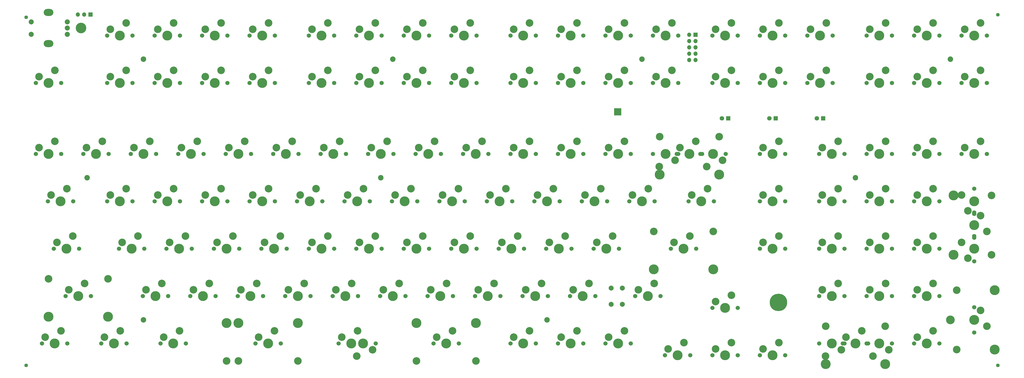
<source format=gbr>
G04 #@! TF.GenerationSoftware,KiCad,Pcbnew,7.0.1*
G04 #@! TF.CreationDate,2023-03-28T00:09:38-04:00*
G04 #@! TF.ProjectId,Boston-keyboard-V08DHA,426f7374-6f6e-42d6-9b65-79626f617264,rev?*
G04 #@! TF.SameCoordinates,Original*
G04 #@! TF.FileFunction,Soldermask,Top*
G04 #@! TF.FilePolarity,Negative*
%FSLAX46Y46*%
G04 Gerber Fmt 4.6, Leading zero omitted, Abs format (unit mm)*
G04 Created by KiCad (PCBNEW 7.0.1) date 2023-03-28 00:09:38*
%MOMM*%
%LPD*%
G01*
G04 APERTURE LIST*
%ADD10C,0.800000*%
%ADD11C,7.000000*%
%ADD12C,2.200000*%
%ADD13R,1.800000X1.800000*%
%ADD14C,1.800000*%
%ADD15C,1.448000*%
%ADD16C,2.000000*%
%ADD17R,1.700000X1.700000*%
%ADD18O,1.700000X1.700000*%
%ADD19C,3.500000*%
%ADD20C,1.701800*%
%ADD21C,3.048000*%
%ADD22C,3.987800*%
%ADD23O,2.768600X1.651000*%
%ADD24C,1.016000*%
%ADD25C,2.032000*%
%ADD26O,3.900000X2.799999*%
%ADD27C,4.250000*%
G04 APERTURE END LIST*
D10*
X361518500Y-146649500D03*
X360749655Y-148505655D03*
X356268500Y-146649500D03*
X358893500Y-144024500D03*
X358893500Y-149274500D03*
X360749655Y-144793345D03*
D11*
X358893500Y-146649500D03*
D10*
X357037345Y-144793345D03*
X357037345Y-148505655D03*
D12*
X304125200Y-48899992D03*
X389850272Y-96525032D03*
X427950304Y-48899992D03*
D13*
X338732500Y-72712500D03*
D14*
X336192500Y-72712500D03*
D15*
X447000000Y-31000000D03*
D13*
X357782500Y-72712500D03*
D14*
X355242500Y-72712500D03*
D16*
X291750000Y-147400000D03*
X291750000Y-140900000D03*
X296250000Y-140900000D03*
X296250000Y-147400000D03*
D17*
X82825000Y-30950000D03*
D18*
X80285000Y-30950000D03*
X77745000Y-30950000D03*
D15*
X57000000Y-172000000D03*
D12*
X266025168Y-153675080D03*
D15*
X57000000Y-32000000D03*
D12*
X199350112Y-96525032D03*
X104100032Y-153675080D03*
X204112500Y-48900000D03*
D19*
X427950304Y-153675080D03*
D12*
X81478138Y-96525032D03*
D17*
X325655625Y-39087500D03*
D18*
X323115625Y-39087500D03*
X325655625Y-41627500D03*
X323115625Y-41627500D03*
X325655625Y-44167500D03*
X323115625Y-44167500D03*
X325655625Y-46707500D03*
X323115625Y-46707500D03*
X325655625Y-49247500D03*
X323115625Y-49247500D03*
D13*
X376832500Y-72712500D03*
D14*
X374292500Y-72712500D03*
D15*
X447000000Y-172000000D03*
D20*
X280630000Y-87000000D03*
D21*
X271740000Y-84460000D03*
X278090000Y-81920000D03*
D22*
X275550000Y-87000000D03*
D20*
X270470000Y-87000000D03*
X394930000Y-163200000D03*
D21*
X377912000Y-156215000D03*
D20*
X384770000Y-163200000D03*
D22*
X389850000Y-163200000D03*
X377912000Y-171455000D03*
D21*
X392390000Y-158120000D03*
X386040000Y-160660000D03*
X401788000Y-156215000D03*
D22*
X401788000Y-171455000D03*
D20*
X246657500Y-125100000D03*
D22*
X251737500Y-125100000D03*
D20*
X256817500Y-125100000D03*
D21*
X254277500Y-120020000D03*
X247927500Y-122560000D03*
D20*
X413345000Y-163200000D03*
D22*
X418425000Y-163200000D03*
D20*
X423505000Y-163200000D03*
D21*
X414615000Y-160660000D03*
X420965000Y-158120000D03*
D20*
X251420000Y-163200000D03*
D21*
X259040000Y-158120000D03*
D22*
X256500000Y-163200000D03*
D21*
X252690000Y-160660000D03*
D20*
X261580000Y-163200000D03*
D22*
X94575000Y-58425000D03*
D21*
X90765000Y-55885000D03*
D20*
X89495000Y-58425000D03*
X99655000Y-58425000D03*
D21*
X97115000Y-53345000D03*
X306665000Y-100970000D03*
D22*
X304125000Y-106050000D03*
D21*
X300315000Y-103510000D03*
D20*
X299045000Y-106050000D03*
X309205000Y-106050000D03*
D21*
X216177500Y-34295000D03*
D22*
X213637500Y-39375000D03*
D20*
X208557500Y-39375000D03*
X218717500Y-39375000D03*
D21*
X209827500Y-36835000D03*
D20*
X437475000Y-100970000D03*
D22*
X437475000Y-106050000D03*
D21*
X432395000Y-103510000D03*
D20*
X437475000Y-111130000D03*
D21*
X434935000Y-109860000D03*
D20*
X332382500Y-58425000D03*
D22*
X337462500Y-58425000D03*
D21*
X333652500Y-55885000D03*
X340002500Y-53345000D03*
D20*
X342542500Y-58425000D03*
X361592500Y-125100000D03*
D21*
X352702500Y-122560000D03*
D20*
X351432500Y-125100000D03*
D21*
X359052500Y-120020000D03*
D22*
X356512500Y-125100000D03*
D20*
X351432500Y-106050000D03*
D22*
X356512500Y-106050000D03*
D20*
X361592500Y-106050000D03*
D21*
X352702500Y-103510000D03*
X359052500Y-100970000D03*
D22*
X418425000Y-125100000D03*
D20*
X423505000Y-125100000D03*
D21*
X414615000Y-122560000D03*
D20*
X413345000Y-125100000D03*
D21*
X420965000Y-120020000D03*
D22*
X92193750Y-163200000D03*
D21*
X88383750Y-160660000D03*
X94733750Y-158120000D03*
D20*
X97273750Y-163200000D03*
X87113750Y-163200000D03*
X72826250Y-144150000D03*
D22*
X77906250Y-144150000D03*
D20*
X82986250Y-144150000D03*
D21*
X65968250Y-137165000D03*
X89844250Y-137165000D03*
X80446250Y-139070000D03*
D22*
X65968250Y-152405000D03*
D21*
X74096250Y-141610000D03*
D22*
X89844250Y-152405000D03*
D21*
X396835000Y-168280000D03*
X403185000Y-165740000D03*
D20*
X394295000Y-163200000D03*
X404455000Y-163200000D03*
D22*
X399375000Y-163200000D03*
X137437500Y-125100000D03*
D20*
X132357500Y-125100000D03*
X142517500Y-125100000D03*
D21*
X139977500Y-120020000D03*
X133627500Y-122560000D03*
X290790000Y-36835000D03*
X297140000Y-34295000D03*
D20*
X289520000Y-39375000D03*
D22*
X294600000Y-39375000D03*
D20*
X299680000Y-39375000D03*
D22*
X327937500Y-106050000D03*
D20*
X333017500Y-106050000D03*
D21*
X330477500Y-100970000D03*
X324127500Y-103510000D03*
D20*
X322857500Y-106050000D03*
X132992500Y-144150000D03*
D22*
X127912500Y-144150000D03*
D20*
X122832500Y-144150000D03*
D21*
X124102500Y-141610000D03*
X130452500Y-139070000D03*
X257452500Y-141610000D03*
D20*
X256182500Y-144150000D03*
X266342500Y-144150000D03*
D21*
X263802500Y-139070000D03*
D22*
X261262500Y-144150000D03*
D20*
X218717500Y-125100000D03*
D21*
X216177500Y-120020000D03*
X209827500Y-122560000D03*
D20*
X208557500Y-125100000D03*
D22*
X213637500Y-125100000D03*
D20*
X185380000Y-87000000D03*
D21*
X176490000Y-84460000D03*
X182840000Y-81920000D03*
D20*
X175220000Y-87000000D03*
D22*
X180300000Y-87000000D03*
D20*
X325873964Y-125100000D03*
D21*
X316983964Y-122560000D03*
X308855964Y-118115000D03*
D20*
X315713964Y-125100000D03*
D21*
X332731964Y-118115000D03*
D22*
X320793964Y-125100000D03*
D21*
X323333964Y-120020000D03*
D22*
X332731964Y-133355000D03*
X308855964Y-133355000D03*
D21*
X297140000Y-81920000D03*
D22*
X294600000Y-87000000D03*
D20*
X289520000Y-87000000D03*
X299680000Y-87000000D03*
D21*
X290790000Y-84460000D03*
X147915000Y-55885000D03*
D22*
X151725000Y-58425000D03*
D21*
X154265000Y-53345000D03*
D20*
X156805000Y-58425000D03*
X146645000Y-58425000D03*
D21*
X190777500Y-122560000D03*
D20*
X189507500Y-125100000D03*
D22*
X194587500Y-125100000D03*
D21*
X197127500Y-120020000D03*
D20*
X199667500Y-125100000D03*
X251420160Y-39375000D03*
D22*
X256500160Y-39375000D03*
D20*
X261580160Y-39375000D03*
D21*
X259040160Y-34295000D03*
X252690160Y-36835000D03*
D20*
X223480000Y-87000000D03*
D22*
X218400000Y-87000000D03*
D20*
X213320000Y-87000000D03*
D21*
X220940000Y-81920000D03*
X214590000Y-84460000D03*
D20*
X432395000Y-87000000D03*
D21*
X433665000Y-84460000D03*
D20*
X442555000Y-87000000D03*
D21*
X440015000Y-81920000D03*
D22*
X437475000Y-87000000D03*
D21*
X116165000Y-100970000D03*
X109815000Y-103510000D03*
D22*
X113625000Y-106050000D03*
D20*
X118705000Y-106050000D03*
X108545000Y-106050000D03*
D21*
X186015000Y-103510000D03*
X192365000Y-100970000D03*
D20*
X184745000Y-106050000D03*
X194905000Y-106050000D03*
D22*
X189825000Y-106050000D03*
D21*
X105052500Y-141610000D03*
D20*
X113942500Y-144150000D03*
D21*
X111402500Y-139070000D03*
D20*
X103782500Y-144150000D03*
D22*
X108862500Y-144150000D03*
D21*
X395565000Y-141610000D03*
D20*
X404455000Y-144150000D03*
X394295000Y-144150000D03*
D22*
X399375000Y-144150000D03*
D21*
X401915000Y-139070000D03*
X187602500Y-139070000D03*
D22*
X185062500Y-144150000D03*
D20*
X190142500Y-144150000D03*
X179982500Y-144150000D03*
D21*
X181252500Y-141610000D03*
D22*
X85050000Y-87000000D03*
D20*
X79970000Y-87000000D03*
D21*
X87590000Y-81920000D03*
X81240000Y-84460000D03*
D20*
X90130000Y-87000000D03*
X318095000Y-87000000D03*
D22*
X323175000Y-87000000D03*
D20*
X328255000Y-87000000D03*
D22*
X311237000Y-95255000D03*
D21*
X325715000Y-81920000D03*
D22*
X335113000Y-95255000D03*
D21*
X311237000Y-80015000D03*
X335113000Y-80015000D03*
X319365000Y-84460000D03*
X125690000Y-81920000D03*
D22*
X123150000Y-87000000D03*
D20*
X128230000Y-87000000D03*
X118070000Y-87000000D03*
D21*
X119340000Y-84460000D03*
X414615000Y-84460000D03*
X420965000Y-81920000D03*
D20*
X423505000Y-87000000D03*
X413345000Y-87000000D03*
D22*
X418425000Y-87000000D03*
D20*
X442555000Y-58425000D03*
D22*
X437475000Y-58425000D03*
D21*
X433665000Y-55885000D03*
X440015000Y-53345000D03*
D20*
X432395000Y-58425000D03*
X199667606Y-39375000D03*
D21*
X197127606Y-34295000D03*
X190777606Y-36835000D03*
D22*
X194587606Y-39375000D03*
D20*
X189507606Y-39375000D03*
D21*
X401915000Y-34295000D03*
D20*
X394295000Y-39375000D03*
D22*
X399375000Y-39375000D03*
D20*
X404455000Y-39375000D03*
D21*
X395565000Y-36835000D03*
D20*
X156805000Y-39375000D03*
X146645000Y-39375000D03*
D21*
X154265000Y-34295000D03*
D22*
X151725000Y-39375000D03*
D21*
X147915000Y-36835000D03*
X266977500Y-122560000D03*
D22*
X270787500Y-125100000D03*
D20*
X275867500Y-125100000D03*
D21*
X273327500Y-120020000D03*
D20*
X265707500Y-125100000D03*
X227607500Y-58425000D03*
D22*
X232687500Y-58425000D03*
D21*
X235227500Y-53345000D03*
X228877500Y-55885000D03*
D20*
X237767500Y-58425000D03*
X404455000Y-125100000D03*
D22*
X399375000Y-125100000D03*
D21*
X395565000Y-122560000D03*
X401915000Y-120020000D03*
D20*
X394295000Y-125100000D03*
D22*
X275550000Y-39375000D03*
D20*
X280630000Y-39375000D03*
D21*
X271740000Y-36835000D03*
D20*
X270470000Y-39375000D03*
D21*
X278090000Y-34295000D03*
X340002500Y-143832500D03*
X333652500Y-146372500D03*
D20*
X342542500Y-148912500D03*
X332382500Y-148912500D03*
D22*
X337462500Y-148912500D03*
X204112500Y-144150000D03*
D21*
X206652500Y-139070000D03*
X200302500Y-141610000D03*
D20*
X199032500Y-144150000D03*
X209192500Y-144150000D03*
D22*
X237481750Y-154945000D03*
D20*
X220463750Y-163200000D03*
D21*
X228083750Y-158120000D03*
D20*
X230623750Y-163200000D03*
D22*
X225543750Y-163200000D03*
D21*
X213605750Y-170185000D03*
X221733750Y-160660000D03*
X237481750Y-170185000D03*
D22*
X213605750Y-154945000D03*
X175537500Y-58425000D03*
D20*
X180617500Y-58425000D03*
D21*
X178077500Y-53345000D03*
X171727500Y-55885000D03*
D20*
X170457500Y-58425000D03*
X437475000Y-120020000D03*
D21*
X434935000Y-128910000D03*
X432395000Y-122560000D03*
D20*
X437475000Y-130180000D03*
D22*
X437475000Y-125100000D03*
D21*
X336510000Y-89540000D03*
D20*
X327620000Y-87000000D03*
D21*
X330160000Y-92080000D03*
D20*
X337780000Y-87000000D03*
D22*
X332700000Y-87000000D03*
D20*
X187126250Y-163200000D03*
D22*
X192206250Y-163200000D03*
D21*
X189666250Y-168280000D03*
D20*
X197286250Y-163200000D03*
D21*
X196016250Y-165740000D03*
D20*
X180617590Y-39375000D03*
X170457590Y-39375000D03*
D21*
X178077590Y-34295000D03*
X171727590Y-36835000D03*
D22*
X175537590Y-39375000D03*
D21*
X287615000Y-100970000D03*
D20*
X290155000Y-106050000D03*
D22*
X285075000Y-106050000D03*
D20*
X279995000Y-106050000D03*
D21*
X281265000Y-103510000D03*
D22*
X313650000Y-87000000D03*
D20*
X308570000Y-87000000D03*
D21*
X317460000Y-89540000D03*
X311110000Y-92080000D03*
D20*
X318730000Y-87000000D03*
D21*
X401915000Y-100970000D03*
X395565000Y-103510000D03*
D22*
X399375000Y-106050000D03*
D20*
X404455000Y-106050000D03*
X394295000Y-106050000D03*
D21*
X109815000Y-36835000D03*
X116165000Y-34295000D03*
D20*
X118705000Y-39375000D03*
X108545000Y-39375000D03*
D22*
X113625000Y-39375000D03*
X232687500Y-125100000D03*
D20*
X237767500Y-125100000D03*
D21*
X235227500Y-120020000D03*
D20*
X227607500Y-125100000D03*
D21*
X228877500Y-122560000D03*
X128865000Y-103510000D03*
D20*
X137755000Y-106050000D03*
X127595000Y-106050000D03*
D22*
X132675000Y-106050000D03*
D21*
X135215000Y-100970000D03*
D20*
X199667500Y-58425000D03*
D21*
X197127500Y-53345000D03*
D20*
X189507500Y-58425000D03*
D21*
X190777500Y-55885000D03*
D22*
X194587500Y-58425000D03*
D20*
X159186250Y-163200000D03*
D21*
X156646250Y-158120000D03*
X150296250Y-160660000D03*
D22*
X154106250Y-163200000D03*
D21*
X142168250Y-170185000D03*
D20*
X149026250Y-163200000D03*
D21*
X166044250Y-170185000D03*
D22*
X142168250Y-154945000D03*
X166044250Y-154945000D03*
D21*
X162202500Y-141610000D03*
D20*
X171092500Y-144150000D03*
D22*
X166012500Y-144150000D03*
D21*
X168552500Y-139070000D03*
D20*
X160932500Y-144150000D03*
D21*
X340002500Y-162882500D03*
D22*
X337462500Y-167962500D03*
D20*
X332382500Y-167962500D03*
X342542500Y-167962500D03*
D21*
X333652500Y-165422500D03*
X73302500Y-100970000D03*
D20*
X75842500Y-106050000D03*
D22*
X70762500Y-106050000D03*
D20*
X65682500Y-106050000D03*
D21*
X66952500Y-103510000D03*
D22*
X380325000Y-163200000D03*
D21*
X384135000Y-165740000D03*
X377785000Y-168280000D03*
D20*
X385405000Y-163200000D03*
X375245000Y-163200000D03*
X99655000Y-106050000D03*
D21*
X97115000Y-100970000D03*
X90765000Y-103510000D03*
D22*
X94575000Y-106050000D03*
D20*
X89495000Y-106050000D03*
D21*
X68540000Y-53345000D03*
D20*
X71080000Y-58425000D03*
D22*
X66000000Y-58425000D03*
D21*
X62190000Y-55885000D03*
D20*
X60920000Y-58425000D03*
X308570000Y-39375000D03*
D22*
X313650000Y-39375000D03*
D21*
X316190000Y-34295000D03*
X309840000Y-36835000D03*
D20*
X318730000Y-39375000D03*
X351432500Y-167962500D03*
X361592500Y-167962500D03*
D22*
X356512500Y-167962500D03*
D21*
X359052500Y-162882500D03*
X352702500Y-165422500D03*
D20*
X251420000Y-87000000D03*
D21*
X252690000Y-84460000D03*
D22*
X256500000Y-87000000D03*
D21*
X259040000Y-81920000D03*
D20*
X261580000Y-87000000D03*
D22*
X94575000Y-39375000D03*
D21*
X90765000Y-36835000D03*
D20*
X89495000Y-39375000D03*
D21*
X97115000Y-34295000D03*
D20*
X99655000Y-39375000D03*
X137120000Y-87000000D03*
D22*
X142200000Y-87000000D03*
D21*
X144740000Y-81920000D03*
D20*
X147280000Y-87000000D03*
D21*
X138390000Y-84460000D03*
D22*
X429220000Y-103637000D03*
X429220000Y-127513000D03*
X437475000Y-115575000D03*
D21*
X444460000Y-103637000D03*
X440015000Y-111765000D03*
X444460000Y-127513000D03*
D20*
X437475000Y-120655000D03*
X437475000Y-110495000D03*
D21*
X442555000Y-118115000D03*
D20*
X351432500Y-58425000D03*
D21*
X359052500Y-53345000D03*
D20*
X361592500Y-58425000D03*
D22*
X356512500Y-58425000D03*
D21*
X352702500Y-55885000D03*
D20*
X228242500Y-144150000D03*
X218082500Y-144150000D03*
D21*
X225702500Y-139070000D03*
D22*
X223162500Y-144150000D03*
D21*
X219352500Y-141610000D03*
D22*
X356512500Y-39375000D03*
D21*
X352702500Y-36835000D03*
D20*
X351432500Y-39375000D03*
X361592500Y-39375000D03*
D21*
X359052500Y-34295000D03*
D20*
X280630000Y-163200000D03*
D21*
X278090000Y-158120000D03*
D20*
X270470000Y-163200000D03*
D22*
X275550000Y-163200000D03*
D21*
X271740000Y-160660000D03*
D20*
X110926250Y-163200000D03*
X121086250Y-163200000D03*
D22*
X116006250Y-163200000D03*
D21*
X118546250Y-158120000D03*
X112196250Y-160660000D03*
X371752500Y-36835000D03*
D20*
X370482500Y-39375000D03*
X380642500Y-39375000D03*
D22*
X375562500Y-39375000D03*
D21*
X378102500Y-34295000D03*
D22*
X437475000Y-39375000D03*
D21*
X440015000Y-34295000D03*
D20*
X432395000Y-39375000D03*
D21*
X433665000Y-36835000D03*
D20*
X442555000Y-39375000D03*
D21*
X401915000Y-81920000D03*
X395565000Y-84460000D03*
D20*
X404455000Y-87000000D03*
X394295000Y-87000000D03*
D22*
X399375000Y-87000000D03*
X132675000Y-39375000D03*
D21*
X128865000Y-36835000D03*
D20*
X137755000Y-39375000D03*
D21*
X135215000Y-34295000D03*
D20*
X127595000Y-39375000D03*
X232370000Y-87000000D03*
D21*
X239990000Y-81920000D03*
X233640000Y-84460000D03*
D20*
X242530000Y-87000000D03*
D22*
X237450000Y-87000000D03*
D21*
X333652500Y-36835000D03*
D20*
X342542500Y-39375000D03*
D21*
X340002500Y-34295000D03*
D20*
X332382500Y-39375000D03*
D22*
X337462500Y-39375000D03*
X146962500Y-144150000D03*
D21*
X143152500Y-141610000D03*
D20*
X152042500Y-144150000D03*
X141882500Y-144150000D03*
D21*
X149502500Y-139070000D03*
D20*
X423505000Y-144150000D03*
D21*
X414615000Y-141610000D03*
D22*
X418425000Y-144150000D03*
D20*
X413345000Y-144150000D03*
D21*
X420965000Y-139070000D03*
D20*
X109180000Y-87000000D03*
D21*
X106640000Y-81920000D03*
D20*
X99020000Y-87000000D03*
D22*
X104100000Y-87000000D03*
D21*
X100290000Y-84460000D03*
X68540000Y-81920000D03*
D20*
X60920000Y-87000000D03*
X71080000Y-87000000D03*
D22*
X66000000Y-87000000D03*
D21*
X62190000Y-84460000D03*
X75683750Y-120020000D03*
D22*
X73143750Y-125100000D03*
D20*
X78223750Y-125100000D03*
X68063750Y-125100000D03*
D21*
X69333750Y-122560000D03*
D20*
X161567500Y-125100000D03*
X151407500Y-125100000D03*
D22*
X156487500Y-125100000D03*
D21*
X159027500Y-120020000D03*
X152677500Y-122560000D03*
D20*
X270470000Y-58425000D03*
X280630000Y-58425000D03*
D22*
X275550000Y-58425000D03*
D21*
X271740000Y-55885000D03*
X278090000Y-53345000D03*
D20*
X180617500Y-125100000D03*
D22*
X175537500Y-125100000D03*
D21*
X178077500Y-120020000D03*
X171727500Y-122560000D03*
D20*
X170457500Y-125100000D03*
D21*
X420965000Y-100970000D03*
D20*
X413345000Y-106050000D03*
X423505000Y-106050000D03*
D22*
X418425000Y-106050000D03*
D21*
X414615000Y-103510000D03*
D20*
X237132500Y-144150000D03*
D22*
X242212500Y-144150000D03*
D21*
X244752500Y-139070000D03*
D20*
X247292500Y-144150000D03*
D21*
X238402500Y-141610000D03*
X109815000Y-55885000D03*
X116165000Y-53345000D03*
D20*
X108545000Y-58425000D03*
D22*
X113625000Y-58425000D03*
D20*
X118705000Y-58425000D03*
D21*
X147915000Y-103510000D03*
D22*
X151725000Y-106050000D03*
D20*
X146645000Y-106050000D03*
D21*
X154265000Y-100970000D03*
D20*
X156805000Y-106050000D03*
X385405000Y-106050000D03*
D21*
X376515000Y-103510000D03*
D22*
X380325000Y-106050000D03*
D20*
X375245000Y-106050000D03*
D21*
X382865000Y-100970000D03*
D22*
X256500000Y-58425000D03*
D20*
X261580000Y-58425000D03*
X251420000Y-58425000D03*
D21*
X252690000Y-55885000D03*
X259040000Y-53345000D03*
D23*
X66000000Y-42625000D03*
D24*
X59000000Y-33875000D03*
X73500000Y-38875000D03*
X73500000Y-33875000D03*
X73500000Y-36375000D03*
D23*
X66000000Y-30125000D03*
D24*
X59000000Y-38875000D03*
D25*
X73500000Y-33875000D03*
X73500000Y-38875000D03*
X73500000Y-36375000D03*
D26*
X66000000Y-42625000D03*
X66000000Y-30125000D03*
D25*
X59000000Y-33875000D03*
X59000000Y-38875000D03*
D20*
X308570000Y-58425000D03*
D21*
X316190000Y-53345000D03*
X309840000Y-55885000D03*
D20*
X318730000Y-58425000D03*
D22*
X313650000Y-58425000D03*
D20*
X237767500Y-39375000D03*
D21*
X235227500Y-34295000D03*
D22*
X232687500Y-39375000D03*
D20*
X227607500Y-39375000D03*
D21*
X228877500Y-36835000D03*
D22*
X380325000Y-125100000D03*
D21*
X382865000Y-120020000D03*
X376515000Y-122560000D03*
D20*
X375245000Y-125100000D03*
X385405000Y-125100000D03*
X299680000Y-58425000D03*
D21*
X290790000Y-55885000D03*
D20*
X289520000Y-58425000D03*
D21*
X297140000Y-53345000D03*
D22*
X294600000Y-58425000D03*
D20*
X260945000Y-106050000D03*
X271105000Y-106050000D03*
D21*
X262215000Y-103510000D03*
X268565000Y-100970000D03*
D22*
X266025000Y-106050000D03*
D12*
X104100000Y-48900000D03*
D20*
X284757500Y-125100000D03*
D21*
X292377500Y-120020000D03*
D20*
X294917500Y-125100000D03*
D21*
X286027500Y-122560000D03*
D22*
X289837500Y-125100000D03*
X161250000Y-87000000D03*
D21*
X157440000Y-84460000D03*
D20*
X166330000Y-87000000D03*
D21*
X163790000Y-81920000D03*
D20*
X156170000Y-87000000D03*
D21*
X95527500Y-122560000D03*
D20*
X94257500Y-125100000D03*
D21*
X101877500Y-120020000D03*
D22*
X99337500Y-125100000D03*
D20*
X104417500Y-125100000D03*
D22*
X375562500Y-58425000D03*
D21*
X378102500Y-53345000D03*
D20*
X380642500Y-58425000D03*
X370482500Y-58425000D03*
D21*
X371752500Y-55885000D03*
D22*
X118387500Y-125100000D03*
D21*
X120927500Y-120020000D03*
D20*
X123467500Y-125100000D03*
D21*
X114577500Y-122560000D03*
D20*
X113307500Y-125100000D03*
X252055000Y-106050000D03*
D21*
X249515000Y-100970000D03*
D20*
X241895000Y-106050000D03*
D22*
X246975000Y-106050000D03*
D21*
X243165000Y-103510000D03*
D22*
X380325000Y-144150000D03*
D21*
X376515000Y-141610000D03*
D20*
X375245000Y-144150000D03*
D21*
X382865000Y-139070000D03*
D20*
X385405000Y-144150000D03*
D22*
X418425000Y-39375000D03*
D21*
X414615000Y-36835000D03*
D20*
X423505000Y-39375000D03*
D21*
X420965000Y-34295000D03*
D20*
X413345000Y-39375000D03*
X208557500Y-58425000D03*
X218717500Y-58425000D03*
D21*
X209827500Y-55885000D03*
X216177500Y-53345000D03*
D22*
X213637500Y-58425000D03*
D20*
X301426250Y-144150000D03*
D21*
X309046250Y-139070000D03*
X302696250Y-141610000D03*
D20*
X311586250Y-144150000D03*
D22*
X306506250Y-144150000D03*
D20*
X127595000Y-58425000D03*
X137755000Y-58425000D03*
D21*
X135215000Y-53345000D03*
X128865000Y-55885000D03*
D22*
X132675000Y-58425000D03*
D20*
X285392500Y-144150000D03*
D21*
X282852500Y-139070000D03*
D22*
X280312500Y-144150000D03*
D21*
X276502500Y-141610000D03*
D20*
X275232500Y-144150000D03*
X404455000Y-58425000D03*
X394295000Y-58425000D03*
D21*
X401915000Y-53345000D03*
D22*
X399375000Y-58425000D03*
D21*
X395565000Y-55885000D03*
X211415000Y-100970000D03*
X205065000Y-103510000D03*
D20*
X213955000Y-106050000D03*
X203795000Y-106050000D03*
D22*
X208875000Y-106050000D03*
D20*
X375245000Y-87000000D03*
D21*
X376515000Y-84460000D03*
D22*
X380325000Y-87000000D03*
D20*
X385405000Y-87000000D03*
D21*
X382865000Y-81920000D03*
D22*
X187443750Y-163200000D03*
D21*
X237481750Y-170185000D03*
X189983750Y-158120000D03*
D20*
X192523750Y-163200000D03*
D21*
X183633750Y-160660000D03*
D20*
X182363750Y-163200000D03*
D22*
X237481750Y-154945000D03*
X137405750Y-154945000D03*
D21*
X137405750Y-170185000D03*
D20*
X323492500Y-167962500D03*
D21*
X314602500Y-165422500D03*
D22*
X318412500Y-167962500D03*
D21*
X320952500Y-162882500D03*
D20*
X313332500Y-167962500D03*
D27*
X79000000Y-36375000D03*
D21*
X440015000Y-149865000D03*
D22*
X437475000Y-153675000D03*
X445730000Y-165613000D03*
D20*
X437475000Y-158755000D03*
D22*
X445730000Y-141737000D03*
D21*
X430490000Y-165613000D03*
D20*
X437475000Y-148595000D03*
D21*
X430490000Y-141737000D03*
X442555000Y-156215000D03*
X70921250Y-158120000D03*
X64571250Y-160660000D03*
D22*
X68381250Y-163200000D03*
D20*
X73461250Y-163200000D03*
X63301250Y-163200000D03*
D22*
X356512500Y-87000000D03*
D21*
X352702500Y-84460000D03*
D20*
X351432500Y-87000000D03*
X361592500Y-87000000D03*
D21*
X359052500Y-81920000D03*
D22*
X199350000Y-87000000D03*
D20*
X204430000Y-87000000D03*
D21*
X201890000Y-81920000D03*
D20*
X194270000Y-87000000D03*
D21*
X195540000Y-84460000D03*
X420965000Y-53345000D03*
X414615000Y-55885000D03*
D20*
X423505000Y-58425000D03*
X413345000Y-58425000D03*
D22*
X418425000Y-58425000D03*
X294600000Y-163200000D03*
D20*
X299680000Y-163200000D03*
D21*
X297140000Y-158120000D03*
D20*
X289520000Y-163200000D03*
D21*
X290790000Y-160660000D03*
X166965000Y-103510000D03*
D20*
X165695000Y-106050000D03*
D21*
X173315000Y-100970000D03*
D22*
X170775000Y-106050000D03*
D20*
X175855000Y-106050000D03*
D22*
X227925000Y-106050000D03*
D21*
X224115000Y-103510000D03*
D20*
X233005000Y-106050000D03*
D21*
X230465000Y-100970000D03*
D20*
X222845000Y-106050000D03*
G36*
X295736125Y-68636478D02*
G01*
X295776022Y-68676375D01*
X295790625Y-68730875D01*
X295790625Y-71412875D01*
X295776022Y-71467375D01*
X295736125Y-71507272D01*
X295681625Y-71521875D01*
X293099625Y-71521875D01*
X293045125Y-71507272D01*
X293005228Y-71467375D01*
X292990625Y-71412875D01*
X292990625Y-68730875D01*
X293005228Y-68676375D01*
X293045125Y-68636478D01*
X293099625Y-68621875D01*
X295681625Y-68621875D01*
X295736125Y-68636478D01*
G37*
M02*

</source>
